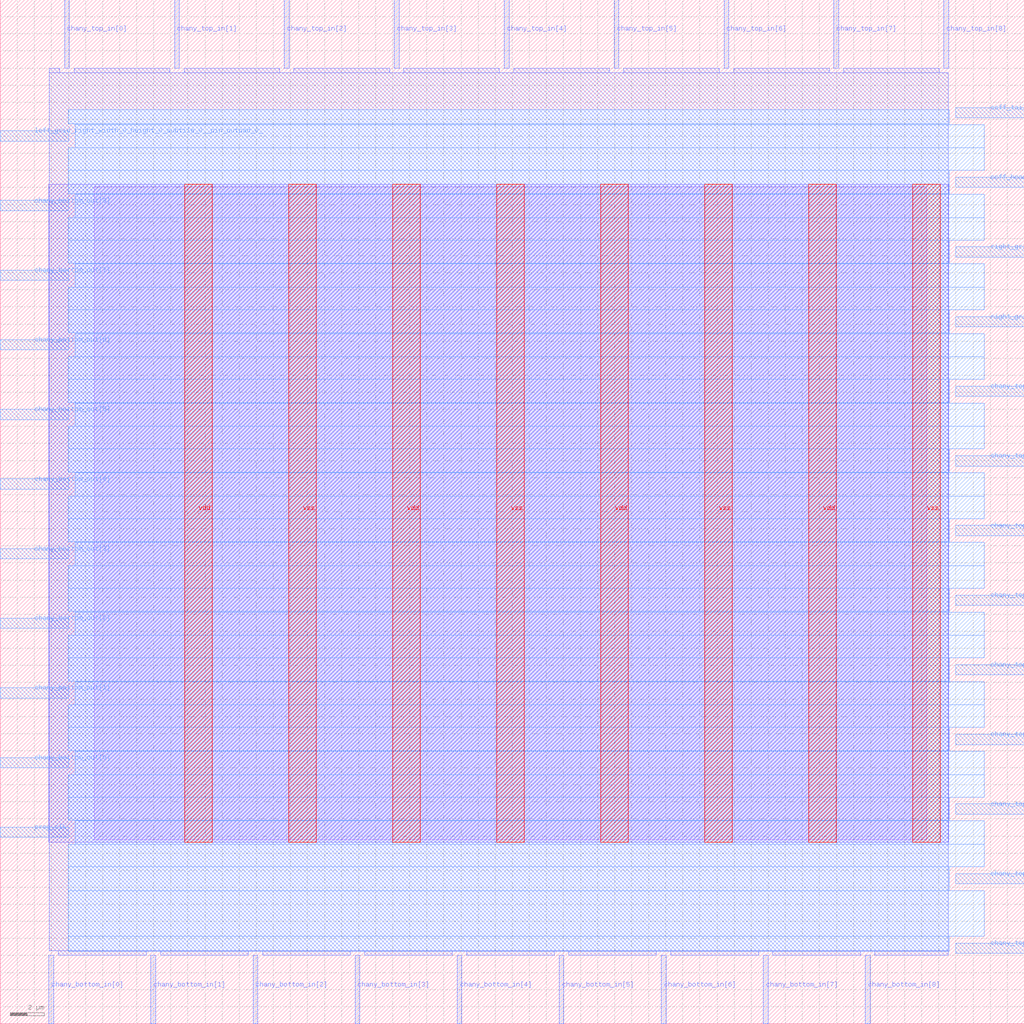
<source format=lef>
VERSION 5.7 ;
  NOWIREEXTENSIONATPIN ON ;
  DIVIDERCHAR "/" ;
  BUSBITCHARS "[]" ;
MACRO cby_0__1_
  CLASS BLOCK ;
  FOREIGN cby_0__1_ ;
  ORIGIN 0.000 0.000 ;
  SIZE 60.000 BY 60.000 ;
  PIN ccff_head
    DIRECTION INPUT ;
    USE SIGNAL ;
    ANTENNAGATEAREA 0.196500 ;
    PORT
      LAYER met3 ;
        RECT 56.000 49.000 60.000 49.600 ;
    END
  END ccff_head
  PIN ccff_tail
    DIRECTION OUTPUT TRISTATE ;
    USE SIGNAL ;
    ANTENNADIFFAREA 0.795200 ;
    PORT
      LAYER met3 ;
        RECT 56.000 53.080 60.000 53.680 ;
    END
  END ccff_tail
  PIN chany_bottom_in[0]
    DIRECTION INPUT ;
    USE SIGNAL ;
    ANTENNAGATEAREA 0.196500 ;
    PORT
      LAYER met2 ;
        RECT 2.850 0.000 3.130 4.000 ;
    END
  END chany_bottom_in[0]
  PIN chany_bottom_in[1]
    DIRECTION INPUT ;
    USE SIGNAL ;
    ANTENNAGATEAREA 0.196500 ;
    PORT
      LAYER met2 ;
        RECT 8.830 0.000 9.110 4.000 ;
    END
  END chany_bottom_in[1]
  PIN chany_bottom_in[2]
    DIRECTION INPUT ;
    USE SIGNAL ;
    ANTENNAGATEAREA 0.196500 ;
    PORT
      LAYER met2 ;
        RECT 14.810 0.000 15.090 4.000 ;
    END
  END chany_bottom_in[2]
  PIN chany_bottom_in[3]
    DIRECTION INPUT ;
    USE SIGNAL ;
    ANTENNAGATEAREA 0.196500 ;
    PORT
      LAYER met2 ;
        RECT 20.790 0.000 21.070 4.000 ;
    END
  END chany_bottom_in[3]
  PIN chany_bottom_in[4]
    DIRECTION INPUT ;
    USE SIGNAL ;
    ANTENNAGATEAREA 0.196500 ;
    PORT
      LAYER met2 ;
        RECT 26.770 0.000 27.050 4.000 ;
    END
  END chany_bottom_in[4]
  PIN chany_bottom_in[5]
    DIRECTION INPUT ;
    USE SIGNAL ;
    ANTENNAGATEAREA 0.196500 ;
    PORT
      LAYER met2 ;
        RECT 32.750 0.000 33.030 4.000 ;
    END
  END chany_bottom_in[5]
  PIN chany_bottom_in[6]
    DIRECTION INPUT ;
    USE SIGNAL ;
    ANTENNAGATEAREA 0.196500 ;
    PORT
      LAYER met2 ;
        RECT 38.730 0.000 39.010 4.000 ;
    END
  END chany_bottom_in[6]
  PIN chany_bottom_in[7]
    DIRECTION INPUT ;
    USE SIGNAL ;
    ANTENNAGATEAREA 0.196500 ;
    PORT
      LAYER met2 ;
        RECT 44.710 0.000 44.990 4.000 ;
    END
  END chany_bottom_in[7]
  PIN chany_bottom_in[8]
    DIRECTION INPUT ;
    USE SIGNAL ;
    ANTENNAGATEAREA 0.196500 ;
    PORT
      LAYER met2 ;
        RECT 50.690 0.000 50.970 4.000 ;
    END
  END chany_bottom_in[8]
  PIN chany_bottom_out[0]
    DIRECTION OUTPUT TRISTATE ;
    USE SIGNAL ;
    ANTENNADIFFAREA 0.795200 ;
    PORT
      LAYER met3 ;
        RECT 0.000 15.000 4.000 15.600 ;
    END
  END chany_bottom_out[0]
  PIN chany_bottom_out[1]
    DIRECTION OUTPUT TRISTATE ;
    USE SIGNAL ;
    ANTENNADIFFAREA 0.795200 ;
    PORT
      LAYER met3 ;
        RECT 0.000 19.080 4.000 19.680 ;
    END
  END chany_bottom_out[1]
  PIN chany_bottom_out[2]
    DIRECTION OUTPUT TRISTATE ;
    USE SIGNAL ;
    ANTENNADIFFAREA 0.795200 ;
    PORT
      LAYER met3 ;
        RECT 0.000 23.160 4.000 23.760 ;
    END
  END chany_bottom_out[2]
  PIN chany_bottom_out[3]
    DIRECTION OUTPUT TRISTATE ;
    USE SIGNAL ;
    ANTENNADIFFAREA 0.795200 ;
    PORT
      LAYER met3 ;
        RECT 0.000 27.240 4.000 27.840 ;
    END
  END chany_bottom_out[3]
  PIN chany_bottom_out[4]
    DIRECTION OUTPUT TRISTATE ;
    USE SIGNAL ;
    ANTENNADIFFAREA 0.795200 ;
    PORT
      LAYER met3 ;
        RECT 0.000 31.320 4.000 31.920 ;
    END
  END chany_bottom_out[4]
  PIN chany_bottom_out[5]
    DIRECTION OUTPUT TRISTATE ;
    USE SIGNAL ;
    ANTENNADIFFAREA 0.795200 ;
    PORT
      LAYER met3 ;
        RECT 0.000 35.400 4.000 36.000 ;
    END
  END chany_bottom_out[5]
  PIN chany_bottom_out[6]
    DIRECTION OUTPUT TRISTATE ;
    USE SIGNAL ;
    ANTENNADIFFAREA 0.795200 ;
    PORT
      LAYER met3 ;
        RECT 0.000 39.480 4.000 40.080 ;
    END
  END chany_bottom_out[6]
  PIN chany_bottom_out[7]
    DIRECTION OUTPUT TRISTATE ;
    USE SIGNAL ;
    ANTENNADIFFAREA 0.795200 ;
    PORT
      LAYER met3 ;
        RECT 0.000 43.560 4.000 44.160 ;
    END
  END chany_bottom_out[7]
  PIN chany_bottom_out[8]
    DIRECTION OUTPUT TRISTATE ;
    USE SIGNAL ;
    ANTENNADIFFAREA 0.795200 ;
    PORT
      LAYER met3 ;
        RECT 0.000 47.640 4.000 48.240 ;
    END
  END chany_bottom_out[8]
  PIN chany_top_in[0]
    DIRECTION INPUT ;
    USE SIGNAL ;
    ANTENNAGATEAREA 0.196500 ;
    PORT
      LAYER met2 ;
        RECT 3.770 56.000 4.050 60.000 ;
    END
  END chany_top_in[0]
  PIN chany_top_in[1]
    DIRECTION INPUT ;
    USE SIGNAL ;
    ANTENNAGATEAREA 0.196500 ;
    PORT
      LAYER met2 ;
        RECT 10.210 56.000 10.490 60.000 ;
    END
  END chany_top_in[1]
  PIN chany_top_in[2]
    DIRECTION INPUT ;
    USE SIGNAL ;
    ANTENNAGATEAREA 0.196500 ;
    PORT
      LAYER met2 ;
        RECT 16.650 56.000 16.930 60.000 ;
    END
  END chany_top_in[2]
  PIN chany_top_in[3]
    DIRECTION INPUT ;
    USE SIGNAL ;
    ANTENNAGATEAREA 0.196500 ;
    PORT
      LAYER met2 ;
        RECT 23.090 56.000 23.370 60.000 ;
    END
  END chany_top_in[3]
  PIN chany_top_in[4]
    DIRECTION INPUT ;
    USE SIGNAL ;
    ANTENNAGATEAREA 0.196500 ;
    PORT
      LAYER met2 ;
        RECT 29.530 56.000 29.810 60.000 ;
    END
  END chany_top_in[4]
  PIN chany_top_in[5]
    DIRECTION INPUT ;
    USE SIGNAL ;
    ANTENNAGATEAREA 0.196500 ;
    PORT
      LAYER met2 ;
        RECT 35.970 56.000 36.250 60.000 ;
    END
  END chany_top_in[5]
  PIN chany_top_in[6]
    DIRECTION INPUT ;
    USE SIGNAL ;
    ANTENNAGATEAREA 0.196500 ;
    PORT
      LAYER met2 ;
        RECT 42.410 56.000 42.690 60.000 ;
    END
  END chany_top_in[6]
  PIN chany_top_in[7]
    DIRECTION INPUT ;
    USE SIGNAL ;
    ANTENNAGATEAREA 0.196500 ;
    PORT
      LAYER met2 ;
        RECT 48.850 56.000 49.130 60.000 ;
    END
  END chany_top_in[7]
  PIN chany_top_in[8]
    DIRECTION INPUT ;
    USE SIGNAL ;
    ANTENNAGATEAREA 0.196500 ;
    PORT
      LAYER met2 ;
        RECT 55.290 56.000 55.570 60.000 ;
    END
  END chany_top_in[8]
  PIN chany_top_out[0]
    DIRECTION OUTPUT TRISTATE ;
    USE SIGNAL ;
    ANTENNADIFFAREA 0.795200 ;
    PORT
      LAYER met3 ;
        RECT 56.000 4.120 60.000 4.720 ;
    END
  END chany_top_out[0]
  PIN chany_top_out[1]
    DIRECTION OUTPUT TRISTATE ;
    USE SIGNAL ;
    ANTENNADIFFAREA 0.445500 ;
    PORT
      LAYER met3 ;
        RECT 56.000 8.200 60.000 8.800 ;
    END
  END chany_top_out[1]
  PIN chany_top_out[2]
    DIRECTION OUTPUT TRISTATE ;
    USE SIGNAL ;
    ANTENNADIFFAREA 0.795200 ;
    PORT
      LAYER met3 ;
        RECT 56.000 12.280 60.000 12.880 ;
    END
  END chany_top_out[2]
  PIN chany_top_out[3]
    DIRECTION OUTPUT TRISTATE ;
    USE SIGNAL ;
    ANTENNADIFFAREA 0.445500 ;
    PORT
      LAYER met3 ;
        RECT 56.000 16.360 60.000 16.960 ;
    END
  END chany_top_out[3]
  PIN chany_top_out[4]
    DIRECTION OUTPUT TRISTATE ;
    USE SIGNAL ;
    ANTENNADIFFAREA 0.445500 ;
    PORT
      LAYER met3 ;
        RECT 56.000 20.440 60.000 21.040 ;
    END
  END chany_top_out[4]
  PIN chany_top_out[5]
    DIRECTION OUTPUT TRISTATE ;
    USE SIGNAL ;
    ANTENNADIFFAREA 0.445500 ;
    PORT
      LAYER met3 ;
        RECT 56.000 24.520 60.000 25.120 ;
    END
  END chany_top_out[5]
  PIN chany_top_out[6]
    DIRECTION OUTPUT TRISTATE ;
    USE SIGNAL ;
    ANTENNADIFFAREA 0.445500 ;
    PORT
      LAYER met3 ;
        RECT 56.000 28.600 60.000 29.200 ;
    END
  END chany_top_out[6]
  PIN chany_top_out[7]
    DIRECTION OUTPUT TRISTATE ;
    USE SIGNAL ;
    ANTENNADIFFAREA 0.445500 ;
    PORT
      LAYER met3 ;
        RECT 56.000 32.680 60.000 33.280 ;
    END
  END chany_top_out[7]
  PIN chany_top_out[8]
    DIRECTION OUTPUT TRISTATE ;
    USE SIGNAL ;
    ANTENNADIFFAREA 0.445500 ;
    PORT
      LAYER met3 ;
        RECT 56.000 36.760 60.000 37.360 ;
    END
  END chany_top_out[8]
  PIN left_grid_right_width_0_height_0_subtile_0__pin_outpad_0_
    DIRECTION OUTPUT TRISTATE ;
    USE SIGNAL ;
    ANTENNADIFFAREA 0.795200 ;
    PORT
      LAYER met3 ;
        RECT 0.000 51.720 4.000 52.320 ;
    END
  END left_grid_right_width_0_height_0_subtile_0__pin_outpad_0_
  PIN prog_clk
    DIRECTION INPUT ;
    USE SIGNAL ;
    ANTENNAGATEAREA 0.852000 ;
    PORT
      LAYER met3 ;
        RECT 0.000 10.920 4.000 11.520 ;
    END
  END prog_clk
  PIN right_grid_left_width_0_height_0_subtile_0__pin_I_3_
    DIRECTION OUTPUT TRISTATE ;
    USE SIGNAL ;
    ANTENNADIFFAREA 0.795200 ;
    PORT
      LAYER met3 ;
        RECT 56.000 40.840 60.000 41.440 ;
    END
  END right_grid_left_width_0_height_0_subtile_0__pin_I_3_
  PIN right_grid_left_width_0_height_0_subtile_0__pin_I_7_
    DIRECTION OUTPUT TRISTATE ;
    USE SIGNAL ;
    ANTENNADIFFAREA 0.445500 ;
    PORT
      LAYER met3 ;
        RECT 56.000 44.920 60.000 45.520 ;
    END
  END right_grid_left_width_0_height_0_subtile_0__pin_I_7_
  PIN vdd
    DIRECTION INOUT ;
    USE POWER ;
    PORT
      LAYER met4 ;
        RECT 10.815 10.640 12.415 49.200 ;
    END
    PORT
      LAYER met4 ;
        RECT 23.005 10.640 24.605 49.200 ;
    END
    PORT
      LAYER met4 ;
        RECT 35.195 10.640 36.795 49.200 ;
    END
    PORT
      LAYER met4 ;
        RECT 47.385 10.640 48.985 49.200 ;
    END
  END vdd
  PIN vss
    DIRECTION INOUT ;
    USE GROUND ;
    PORT
      LAYER met4 ;
        RECT 16.910 10.640 18.510 49.200 ;
    END
    PORT
      LAYER met4 ;
        RECT 29.100 10.640 30.700 49.200 ;
    END
    PORT
      LAYER met4 ;
        RECT 41.290 10.640 42.890 49.200 ;
    END
    PORT
      LAYER met4 ;
        RECT 53.480 10.640 55.080 49.200 ;
    END
  END vss
  OBS
      LAYER li1 ;
        RECT 5.520 10.795 54.280 49.045 ;
      LAYER met1 ;
        RECT 2.830 10.640 55.590 49.200 ;
      LAYER met2 ;
        RECT 2.860 55.720 3.490 56.000 ;
        RECT 4.330 55.720 9.930 56.000 ;
        RECT 10.770 55.720 16.370 56.000 ;
        RECT 17.210 55.720 22.810 56.000 ;
        RECT 23.650 55.720 29.250 56.000 ;
        RECT 30.090 55.720 35.690 56.000 ;
        RECT 36.530 55.720 42.130 56.000 ;
        RECT 42.970 55.720 48.570 56.000 ;
        RECT 49.410 55.720 55.010 56.000 ;
        RECT 2.860 4.280 55.560 55.720 ;
        RECT 3.410 4.000 8.550 4.280 ;
        RECT 9.390 4.000 14.530 4.280 ;
        RECT 15.370 4.000 20.510 4.280 ;
        RECT 21.350 4.000 26.490 4.280 ;
        RECT 27.330 4.000 32.470 4.280 ;
        RECT 33.310 4.000 38.450 4.280 ;
        RECT 39.290 4.000 44.430 4.280 ;
        RECT 45.270 4.000 50.410 4.280 ;
        RECT 51.250 4.000 55.560 4.280 ;
      LAYER met3 ;
        RECT 3.990 52.720 55.600 53.545 ;
        RECT 4.400 52.680 55.600 52.720 ;
        RECT 4.400 51.320 57.650 52.680 ;
        RECT 3.990 50.000 57.650 51.320 ;
        RECT 3.990 48.640 55.600 50.000 ;
        RECT 4.400 48.600 55.600 48.640 ;
        RECT 4.400 47.240 57.650 48.600 ;
        RECT 3.990 45.920 57.650 47.240 ;
        RECT 3.990 44.560 55.600 45.920 ;
        RECT 4.400 44.520 55.600 44.560 ;
        RECT 4.400 43.160 57.650 44.520 ;
        RECT 3.990 41.840 57.650 43.160 ;
        RECT 3.990 40.480 55.600 41.840 ;
        RECT 4.400 40.440 55.600 40.480 ;
        RECT 4.400 39.080 57.650 40.440 ;
        RECT 3.990 37.760 57.650 39.080 ;
        RECT 3.990 36.400 55.600 37.760 ;
        RECT 4.400 36.360 55.600 36.400 ;
        RECT 4.400 35.000 57.650 36.360 ;
        RECT 3.990 33.680 57.650 35.000 ;
        RECT 3.990 32.320 55.600 33.680 ;
        RECT 4.400 32.280 55.600 32.320 ;
        RECT 4.400 30.920 57.650 32.280 ;
        RECT 3.990 29.600 57.650 30.920 ;
        RECT 3.990 28.240 55.600 29.600 ;
        RECT 4.400 28.200 55.600 28.240 ;
        RECT 4.400 26.840 57.650 28.200 ;
        RECT 3.990 25.520 57.650 26.840 ;
        RECT 3.990 24.160 55.600 25.520 ;
        RECT 4.400 24.120 55.600 24.160 ;
        RECT 4.400 22.760 57.650 24.120 ;
        RECT 3.990 21.440 57.650 22.760 ;
        RECT 3.990 20.080 55.600 21.440 ;
        RECT 4.400 20.040 55.600 20.080 ;
        RECT 4.400 18.680 57.650 20.040 ;
        RECT 3.990 17.360 57.650 18.680 ;
        RECT 3.990 16.000 55.600 17.360 ;
        RECT 4.400 15.960 55.600 16.000 ;
        RECT 4.400 14.600 57.650 15.960 ;
        RECT 3.990 13.280 57.650 14.600 ;
        RECT 3.990 11.920 55.600 13.280 ;
        RECT 4.400 11.880 55.600 11.920 ;
        RECT 4.400 10.520 57.650 11.880 ;
        RECT 3.990 9.200 57.650 10.520 ;
        RECT 3.990 7.800 55.600 9.200 ;
        RECT 3.990 5.120 57.650 7.800 ;
        RECT 3.990 4.255 55.600 5.120 ;
  END
END cby_0__1_
END LIBRARY


</source>
